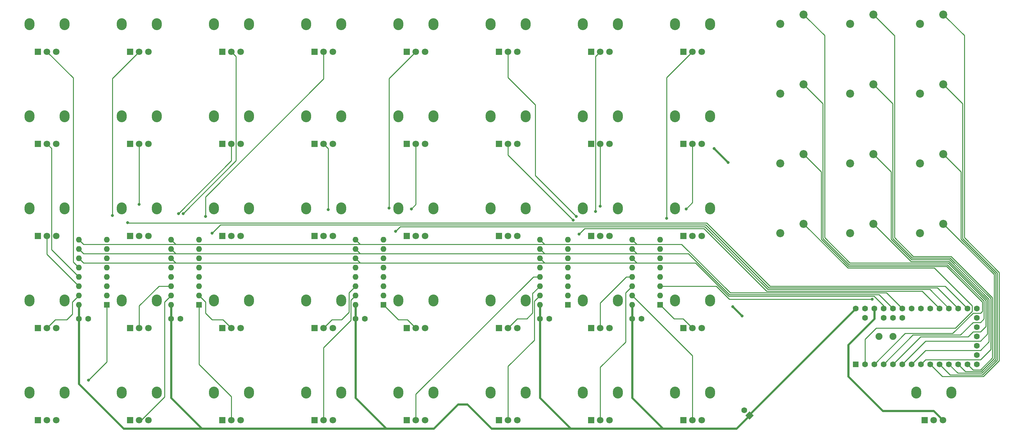
<source format=gbr>
G04 #@! TF.GenerationSoftware,KiCad,Pcbnew,(5.1.6)-1*
G04 #@! TF.CreationDate,2020-07-22T15:23:24-07:00*
G04 #@! TF.ProjectId,MIDI Mixer One v03,4d494449-204d-4697-9865-72204f6e6520,v1.0.0*
G04 #@! TF.SameCoordinates,Original*
G04 #@! TF.FileFunction,Copper,L1,Top*
G04 #@! TF.FilePolarity,Positive*
%FSLAX46Y46*%
G04 Gerber Fmt 4.6, Leading zero omitted, Abs format (unit mm)*
G04 Created by KiCad (PCBNEW (5.1.6)-1) date 2020-07-22 15:23:24*
%MOMM*%
%LPD*%
G01*
G04 APERTURE LIST*
G04 #@! TA.AperFunction,ComponentPad*
%ADD10C,2.200000*%
G04 #@! TD*
G04 #@! TA.AperFunction,ComponentPad*
%ADD11R,1.800000X1.800000*%
G04 #@! TD*
G04 #@! TA.AperFunction,ComponentPad*
%ADD12C,1.800000*%
G04 #@! TD*
G04 #@! TA.AperFunction,ComponentPad*
%ADD13O,2.720000X3.240000*%
G04 #@! TD*
G04 #@! TA.AperFunction,ComponentPad*
%ADD14O,1.600000X1.600000*%
G04 #@! TD*
G04 #@! TA.AperFunction,ComponentPad*
%ADD15R,1.600000X1.600000*%
G04 #@! TD*
G04 #@! TA.AperFunction,ComponentPad*
%ADD16C,1.600000*%
G04 #@! TD*
G04 #@! TA.AperFunction,ComponentPad*
%ADD17C,0.100000*%
G04 #@! TD*
G04 #@! TA.AperFunction,ComponentPad*
%ADD18C,1.900000*%
G04 #@! TD*
G04 #@! TA.AperFunction,ViaPad*
%ADD19C,0.800000*%
G04 #@! TD*
G04 #@! TA.AperFunction,Conductor*
%ADD20C,0.609600*%
G04 #@! TD*
G04 #@! TA.AperFunction,Conductor*
%ADD21C,0.254000*%
G04 #@! TD*
G04 APERTURE END LIST*
D10*
X318389000Y-117729000D03*
X324739000Y-115189000D03*
D11*
X228727000Y-137541000D03*
D12*
X231227000Y-137541000D03*
X233727000Y-137541000D03*
D13*
X236027000Y-130041000D03*
X226427000Y-130041000D03*
D14*
X214757000Y-156337000D03*
X222377000Y-138557000D03*
X214757000Y-153797000D03*
X222377000Y-141097000D03*
X214757000Y-151257000D03*
X222377000Y-143637000D03*
X214757000Y-148717000D03*
X222377000Y-146177000D03*
X214757000Y-146177000D03*
X222377000Y-148717000D03*
X214757000Y-143637000D03*
X222377000Y-151257000D03*
X214757000Y-141097000D03*
X222377000Y-153797000D03*
X214757000Y-138557000D03*
D15*
X222377000Y-156337000D03*
D11*
X203581000Y-162687000D03*
D12*
X206081000Y-162687000D03*
X208581000Y-162687000D03*
D13*
X210881000Y-155187000D03*
X201281000Y-155187000D03*
D11*
X153289000Y-137541000D03*
D12*
X155789000Y-137541000D03*
X158289000Y-137541000D03*
D13*
X160589000Y-130041000D03*
X150989000Y-130041000D03*
D11*
X178435000Y-137541000D03*
D12*
X180935000Y-137541000D03*
X183435000Y-137541000D03*
D13*
X185735000Y-130041000D03*
X176135000Y-130041000D03*
D11*
X153289000Y-162687000D03*
D12*
X155789000Y-162687000D03*
X158289000Y-162687000D03*
D13*
X160589000Y-155187000D03*
X150989000Y-155187000D03*
D14*
X164465000Y-156337000D03*
X172085000Y-138557000D03*
X164465000Y-153797000D03*
X172085000Y-141097000D03*
X164465000Y-151257000D03*
X172085000Y-143637000D03*
X164465000Y-148717000D03*
X172085000Y-146177000D03*
X164465000Y-146177000D03*
X172085000Y-148717000D03*
X164465000Y-143637000D03*
X172085000Y-151257000D03*
X164465000Y-141097000D03*
X172085000Y-153797000D03*
X164465000Y-138557000D03*
D15*
X172085000Y-156337000D03*
D14*
X89027000Y-156337000D03*
X96647000Y-138557000D03*
X89027000Y-153797000D03*
X96647000Y-141097000D03*
X89027000Y-151257000D03*
X96647000Y-143637000D03*
X89027000Y-148717000D03*
X96647000Y-146177000D03*
X89027000Y-146177000D03*
X96647000Y-148717000D03*
X89027000Y-143637000D03*
X96647000Y-151257000D03*
X89027000Y-141097000D03*
X96647000Y-153797000D03*
X89027000Y-138557000D03*
D15*
X96647000Y-156337000D03*
D11*
X253873000Y-137541000D03*
D12*
X256373000Y-137541000D03*
X258873000Y-137541000D03*
D13*
X261173000Y-130041000D03*
X251573000Y-130041000D03*
D10*
X318389000Y-136779000D03*
X324739000Y-134239000D03*
D16*
X164505000Y-160147000D03*
X167005000Y-160147000D03*
X114213000Y-160147000D03*
X116713000Y-160147000D03*
X89067000Y-160147000D03*
X91567000Y-160147000D03*
X239943000Y-160147000D03*
X242443000Y-160147000D03*
X214797000Y-160147000D03*
X217297000Y-160147000D03*
X270492786Y-185148786D03*
G04 #@! TA.AperFunction,ComponentPad*
D17*
G36*
X273038371Y-186563000D02*
G01*
X271907000Y-187694371D01*
X270775629Y-186563000D01*
X271907000Y-185431629D01*
X273038371Y-186563000D01*
G37*
G04 #@! TD.AperFunction*
D18*
X307213000Y-164973000D03*
X311023000Y-164973000D03*
D15*
X300863000Y-172593000D03*
D16*
X303403000Y-172593000D03*
X305943000Y-172593000D03*
X308483000Y-172593000D03*
X311023000Y-172593000D03*
X313563000Y-172593000D03*
X316103000Y-172593000D03*
X318643000Y-172593000D03*
X321183000Y-172593000D03*
X323723000Y-172593000D03*
X326263000Y-172593000D03*
X328803000Y-172593000D03*
X331343000Y-172593000D03*
X313563000Y-159893000D03*
X311023000Y-159893000D03*
X308483000Y-159893000D03*
X303403000Y-159893000D03*
X300863000Y-157353000D03*
X303403000Y-157353000D03*
X305943000Y-157353000D03*
X308483000Y-157353000D03*
X311023000Y-157353000D03*
X313563000Y-157353000D03*
X316103000Y-157353000D03*
X318643000Y-157353000D03*
X321183000Y-157353000D03*
X323723000Y-157353000D03*
X326263000Y-157353000D03*
X328803000Y-157353000D03*
X331343000Y-157353000D03*
X333883000Y-172593000D03*
X333883000Y-170053000D03*
X333883000Y-167513000D03*
X333883000Y-157353000D03*
X333883000Y-159893000D03*
X333883000Y-162433000D03*
X333883000Y-164973000D03*
D14*
X239903000Y-156337000D03*
X247523000Y-138557000D03*
X239903000Y-153797000D03*
X247523000Y-141097000D03*
X239903000Y-151257000D03*
X247523000Y-143637000D03*
X239903000Y-148717000D03*
X247523000Y-146177000D03*
X239903000Y-146177000D03*
X247523000Y-148717000D03*
X239903000Y-143637000D03*
X247523000Y-151257000D03*
X239903000Y-141097000D03*
X247523000Y-153797000D03*
X239903000Y-138557000D03*
D15*
X247523000Y-156337000D03*
D10*
X299339000Y-136779000D03*
X305689000Y-134239000D03*
X280289000Y-117729000D03*
X286639000Y-115189000D03*
X280289000Y-136779000D03*
X286639000Y-134239000D03*
D11*
X153289000Y-187833000D03*
D12*
X155789000Y-187833000D03*
X158289000Y-187833000D03*
D13*
X160589000Y-180333000D03*
X150989000Y-180333000D03*
D14*
X114173000Y-156337000D03*
X121793000Y-138557000D03*
X114173000Y-153797000D03*
X121793000Y-141097000D03*
X114173000Y-151257000D03*
X121793000Y-143637000D03*
X114173000Y-148717000D03*
X121793000Y-146177000D03*
X114173000Y-146177000D03*
X121793000Y-148717000D03*
X114173000Y-143637000D03*
X121793000Y-151257000D03*
X114173000Y-141097000D03*
X121793000Y-153797000D03*
X114173000Y-138557000D03*
D15*
X121793000Y-156337000D03*
D10*
X299339000Y-117729000D03*
X305689000Y-115189000D03*
X318389000Y-98679000D03*
X324739000Y-96139000D03*
X299339000Y-98679000D03*
X305689000Y-96139000D03*
X280289000Y-98679000D03*
X286639000Y-96139000D03*
X318389000Y-79629000D03*
X324739000Y-77089000D03*
X299339000Y-79629000D03*
X305689000Y-77089000D03*
X280289000Y-79629000D03*
X286639000Y-77089000D03*
D13*
X317359000Y-180333000D03*
X326959000Y-180333000D03*
D12*
X324659000Y-187833000D03*
X322159000Y-187833000D03*
D11*
X319659000Y-187833000D03*
X253873000Y-187833000D03*
D12*
X256373000Y-187833000D03*
X258873000Y-187833000D03*
D13*
X261173000Y-180333000D03*
X251573000Y-180333000D03*
D11*
X253873000Y-162687000D03*
D12*
X256373000Y-162687000D03*
X258873000Y-162687000D03*
D13*
X261173000Y-155187000D03*
X251573000Y-155187000D03*
D11*
X253873000Y-112395000D03*
D12*
X256373000Y-112395000D03*
X258873000Y-112395000D03*
D13*
X261173000Y-104895000D03*
X251573000Y-104895000D03*
D11*
X253873000Y-87249000D03*
D12*
X256373000Y-87249000D03*
X258873000Y-87249000D03*
D13*
X261173000Y-79749000D03*
X251573000Y-79749000D03*
D11*
X228727000Y-187833000D03*
D12*
X231227000Y-187833000D03*
X233727000Y-187833000D03*
D13*
X236027000Y-180333000D03*
X226427000Y-180333000D03*
D11*
X228727000Y-162687000D03*
D12*
X231227000Y-162687000D03*
X233727000Y-162687000D03*
D13*
X236027000Y-155187000D03*
X226427000Y-155187000D03*
D11*
X228727000Y-112395000D03*
D12*
X231227000Y-112395000D03*
X233727000Y-112395000D03*
D13*
X236027000Y-104895000D03*
X226427000Y-104895000D03*
D11*
X228727000Y-87249000D03*
D12*
X231227000Y-87249000D03*
X233727000Y-87249000D03*
D13*
X236027000Y-79749000D03*
X226427000Y-79749000D03*
D11*
X203581000Y-187833000D03*
D12*
X206081000Y-187833000D03*
X208581000Y-187833000D03*
D13*
X210881000Y-180333000D03*
X201281000Y-180333000D03*
D11*
X203581000Y-137541000D03*
D12*
X206081000Y-137541000D03*
X208581000Y-137541000D03*
D13*
X210881000Y-130041000D03*
X201281000Y-130041000D03*
D11*
X203581000Y-112395000D03*
D12*
X206081000Y-112395000D03*
X208581000Y-112395000D03*
D13*
X210881000Y-104895000D03*
X201281000Y-104895000D03*
D11*
X203581000Y-87249000D03*
D12*
X206081000Y-87249000D03*
X208581000Y-87249000D03*
D13*
X210881000Y-79749000D03*
X201281000Y-79749000D03*
D11*
X178435000Y-187833000D03*
D12*
X180935000Y-187833000D03*
X183435000Y-187833000D03*
D13*
X185735000Y-180333000D03*
X176135000Y-180333000D03*
D11*
X178435000Y-162687000D03*
D12*
X180935000Y-162687000D03*
X183435000Y-162687000D03*
D13*
X185735000Y-155187000D03*
X176135000Y-155187000D03*
D11*
X178435000Y-112395000D03*
D12*
X180935000Y-112395000D03*
X183435000Y-112395000D03*
D13*
X185735000Y-104895000D03*
X176135000Y-104895000D03*
D11*
X178435000Y-87249000D03*
D12*
X180935000Y-87249000D03*
X183435000Y-87249000D03*
D13*
X185735000Y-79749000D03*
X176135000Y-79749000D03*
D11*
X153289000Y-112395000D03*
D12*
X155789000Y-112395000D03*
X158289000Y-112395000D03*
D13*
X160589000Y-104895000D03*
X150989000Y-104895000D03*
D11*
X153289000Y-87249000D03*
D12*
X155789000Y-87249000D03*
X158289000Y-87249000D03*
D13*
X160589000Y-79749000D03*
X150989000Y-79749000D03*
D11*
X128143000Y-187833000D03*
D12*
X130643000Y-187833000D03*
X133143000Y-187833000D03*
D13*
X135443000Y-180333000D03*
X125843000Y-180333000D03*
D11*
X128143000Y-162687000D03*
D12*
X130643000Y-162687000D03*
X133143000Y-162687000D03*
D13*
X135443000Y-155187000D03*
X125843000Y-155187000D03*
D11*
X128143000Y-137541000D03*
D12*
X130643000Y-137541000D03*
X133143000Y-137541000D03*
D13*
X135443000Y-130041000D03*
X125843000Y-130041000D03*
D11*
X128143000Y-112395000D03*
D12*
X130643000Y-112395000D03*
X133143000Y-112395000D03*
D13*
X135443000Y-104895000D03*
X125843000Y-104895000D03*
D11*
X128143000Y-87249000D03*
D12*
X130643000Y-87249000D03*
X133143000Y-87249000D03*
D13*
X135443000Y-79749000D03*
X125843000Y-79749000D03*
D11*
X102997000Y-187833000D03*
D12*
X105497000Y-187833000D03*
X107997000Y-187833000D03*
D13*
X110297000Y-180333000D03*
X100697000Y-180333000D03*
D11*
X102997000Y-162687000D03*
D12*
X105497000Y-162687000D03*
X107997000Y-162687000D03*
D13*
X110297000Y-155187000D03*
X100697000Y-155187000D03*
D11*
X102997000Y-137541000D03*
D12*
X105497000Y-137541000D03*
X107997000Y-137541000D03*
D13*
X110297000Y-130041000D03*
X100697000Y-130041000D03*
D11*
X102997000Y-112395000D03*
D12*
X105497000Y-112395000D03*
X107997000Y-112395000D03*
D13*
X110297000Y-104895000D03*
X100697000Y-104895000D03*
D11*
X102997000Y-87249000D03*
D12*
X105497000Y-87249000D03*
X107997000Y-87249000D03*
D13*
X110297000Y-79749000D03*
X100697000Y-79749000D03*
D11*
X77851000Y-187833000D03*
D12*
X80351000Y-187833000D03*
X82851000Y-187833000D03*
D13*
X85151000Y-180333000D03*
X75551000Y-180333000D03*
D11*
X77851000Y-162687000D03*
D12*
X80351000Y-162687000D03*
X82851000Y-162687000D03*
D13*
X85151000Y-155187000D03*
X75551000Y-155187000D03*
D11*
X77851000Y-137541000D03*
D12*
X80351000Y-137541000D03*
X82851000Y-137541000D03*
D13*
X85151000Y-130041000D03*
X75551000Y-130041000D03*
D11*
X77851000Y-112395000D03*
D12*
X80351000Y-112395000D03*
X82851000Y-112395000D03*
D13*
X85151000Y-104895000D03*
X75551000Y-104895000D03*
D11*
X77851000Y-87249000D03*
D12*
X80351000Y-87249000D03*
X82851000Y-87249000D03*
D13*
X85151000Y-79749000D03*
X75551000Y-79749000D03*
D19*
X262255000Y-113665000D03*
X267335000Y-156845000D03*
X269875000Y-159385000D03*
X266065000Y-117475000D03*
X305344146Y-154813000D03*
X225425000Y-137033000D03*
X175387000Y-136271000D03*
X125349000Y-136778990D03*
X102317979Y-133902021D03*
X91694000Y-176911000D03*
X98171006Y-131953000D03*
X105497000Y-128905000D03*
X117475000Y-131445000D03*
X116205000Y-131445000D03*
X123571000Y-132206998D03*
X173609002Y-129921000D03*
X179705000Y-130175000D03*
X224663000Y-132207020D03*
X223861000Y-133223000D03*
X229965201Y-130905201D03*
X231227000Y-129453000D03*
X249301000Y-132715000D03*
X254635000Y-130175000D03*
X157058799Y-130388799D03*
D20*
X271907000Y-186309000D02*
X271907000Y-186563000D01*
X300863000Y-157353000D02*
X271907000Y-186309000D01*
X164465000Y-160107000D02*
X164505000Y-160147000D01*
X164465000Y-156337000D02*
X164465000Y-160107000D01*
X239903000Y-160107000D02*
X239943000Y-160147000D01*
X239903000Y-156337000D02*
X239903000Y-160107000D01*
X214757000Y-160107000D02*
X214797000Y-160147000D01*
X214757000Y-156337000D02*
X214757000Y-160107000D01*
X114173000Y-160107000D02*
X114213000Y-160147000D01*
X114173000Y-156337000D02*
X114173000Y-160107000D01*
X89027000Y-160107000D02*
X89067000Y-160147000D01*
X89027000Y-156337000D02*
X89027000Y-160107000D01*
X114213000Y-181777000D02*
X122047000Y-189611000D01*
X114213000Y-160147000D02*
X114213000Y-181777000D01*
X164505000Y-181777000D02*
X172339000Y-189611000D01*
X164505000Y-160147000D02*
X164505000Y-181777000D01*
X214797000Y-160147000D02*
X214797000Y-181777000D01*
X214797000Y-181777000D02*
X222631000Y-189611000D01*
X239943000Y-181777000D02*
X247777000Y-189611000D01*
X239943000Y-160147000D02*
X239943000Y-181777000D01*
X172339000Y-189611000D02*
X172847000Y-190119000D01*
X122555000Y-190119000D02*
X122047000Y-189611000D01*
X171831000Y-190119000D02*
X122555000Y-190119000D01*
X121539000Y-190119000D02*
X122555000Y-190119000D01*
X89067000Y-160147000D02*
X89067000Y-177927201D01*
X101258799Y-190119000D02*
X121539000Y-190119000D01*
X89067000Y-177927201D02*
X101258799Y-190119000D01*
X171831000Y-190119000D02*
X172847000Y-190119000D01*
X185801000Y-190119000D02*
X192405000Y-183515000D01*
X192405000Y-183515000D02*
X194945000Y-183515000D01*
X194945000Y-183515000D02*
X201549000Y-190119000D01*
X172847000Y-190119000D02*
X185801000Y-190119000D01*
X201549000Y-190119000D02*
X222123000Y-190119000D01*
X223139000Y-190119000D02*
X222631000Y-189611000D01*
X247269000Y-190119000D02*
X223139000Y-190119000D01*
X248285000Y-190119000D02*
X247777000Y-189611000D01*
X268351000Y-190119000D02*
X271907000Y-186563000D01*
X265049000Y-190119000D02*
X248285000Y-190119000D01*
X265049000Y-190119000D02*
X268351000Y-190119000D01*
X247269000Y-190119000D02*
X248285000Y-190119000D01*
X222123000Y-190119000D02*
X223139000Y-190119000D01*
X267335000Y-156845000D02*
X269875000Y-159385000D01*
X262255000Y-113665000D02*
X266065000Y-117475000D01*
X322119000Y-185293000D02*
X324659000Y-187833000D01*
X305943000Y-157353000D02*
X305943000Y-160147000D01*
X298831000Y-167259000D02*
X298831000Y-175895000D01*
X298831000Y-175895000D02*
X308229000Y-185293000D01*
X305943000Y-160147000D02*
X298831000Y-167259000D01*
X308229000Y-185293000D02*
X322119000Y-185293000D01*
D21*
X298729477Y-146329477D02*
X286639000Y-134239000D01*
X322287977Y-146329477D02*
X298729477Y-146329477D01*
X303403000Y-165735000D02*
X306451000Y-162687000D01*
X303403000Y-172593000D02*
X303403000Y-165735000D01*
X306451000Y-162687000D02*
X328041000Y-162687000D01*
X332613000Y-156654500D02*
X322287977Y-146329477D01*
X332613000Y-158115000D02*
X332613000Y-156654500D01*
X328041000Y-162687000D02*
X332613000Y-158115000D01*
X314385995Y-164150005D02*
X305943000Y-172593000D01*
X332867000Y-158623000D02*
X327339995Y-164150005D01*
X327339995Y-164150005D02*
X314385995Y-164150005D01*
X335407000Y-155575000D02*
X335407000Y-158133587D01*
X334917587Y-158623000D02*
X332867000Y-158623000D01*
X335407000Y-158133587D02*
X334917587Y-158623000D01*
X286639000Y-115189000D02*
X291465000Y-120015000D01*
X291465000Y-120015000D02*
X291465000Y-138418410D01*
X291465000Y-138418410D02*
X298918856Y-145872266D01*
X298918856Y-145872266D02*
X325704266Y-145872266D01*
X325704266Y-145872266D02*
X335407000Y-155575000D01*
X332867000Y-161163000D02*
X334899000Y-161163000D01*
X287738999Y-97238999D02*
X286639000Y-96139000D01*
X316468784Y-164607216D02*
X329422784Y-164607216D01*
X291922211Y-101422211D02*
X287738999Y-97238999D01*
X308483000Y-172593000D02*
X316468784Y-164607216D01*
X329422784Y-164607216D02*
X332867000Y-161163000D01*
X334899000Y-161163000D02*
X335864211Y-160197789D01*
X325893648Y-145415055D02*
X299108238Y-145415055D01*
X335864211Y-160197789D02*
X335864211Y-155385618D01*
X335864211Y-155385618D02*
X325893648Y-145415055D01*
X299108238Y-145415055D02*
X291922211Y-138229028D01*
X291922211Y-138229028D02*
X291922211Y-101422211D01*
X292379422Y-82829422D02*
X287738999Y-78188999D01*
X292379422Y-138039646D02*
X292379422Y-82829422D01*
X299297620Y-144957844D02*
X292379422Y-138039646D01*
X336321422Y-155196236D02*
X326083030Y-144957844D01*
X336321422Y-162280578D02*
X336321422Y-155196236D01*
X332867000Y-163703000D02*
X334899000Y-163703000D01*
X331505573Y-165064427D02*
X332867000Y-163703000D01*
X318551573Y-165064427D02*
X331505573Y-165064427D01*
X311023000Y-172593000D02*
X318551573Y-165064427D01*
X334899000Y-163703000D02*
X336321422Y-162280578D01*
X326083030Y-144957844D02*
X299297620Y-144957844D01*
X287738999Y-78188999D02*
X286639000Y-77089000D01*
X326272412Y-144500633D02*
X315950633Y-144500633D01*
X336778633Y-164363367D02*
X336778633Y-155006854D01*
X334899000Y-166243000D02*
X336778633Y-164363367D01*
X313563000Y-172593000D02*
X319913000Y-166243000D01*
X319913000Y-166243000D02*
X334899000Y-166243000D01*
X315950633Y-144500633D02*
X306788999Y-135338999D01*
X336778633Y-155006854D02*
X326272412Y-144500633D01*
X306788999Y-135338999D02*
X305689000Y-134239000D01*
X316140014Y-144043422D02*
X326461794Y-144043422D01*
X310515000Y-138418408D02*
X316140014Y-144043422D01*
X310515000Y-120015000D02*
X310515000Y-138418408D01*
X337235844Y-166446156D02*
X334899000Y-168783000D01*
X305689000Y-115189000D02*
X310515000Y-120015000D01*
X326461794Y-144043422D02*
X337235844Y-154817472D01*
X337235844Y-154817472D02*
X337235844Y-166446156D01*
X334899000Y-168783000D02*
X319913000Y-168783000D01*
X319913000Y-168783000D02*
X316103000Y-172593000D01*
X334899000Y-171323000D02*
X337693055Y-168528945D01*
X337693055Y-154628090D02*
X326651176Y-143586211D01*
X316329395Y-143586211D02*
X310972211Y-138229027D01*
X318643000Y-172593000D02*
X319913000Y-171323000D01*
X337693055Y-168528945D02*
X337693055Y-154628090D01*
X326651176Y-143586211D02*
X316329395Y-143586211D01*
X319913000Y-171323000D02*
X334899000Y-171323000D01*
X306788999Y-97238999D02*
X305689000Y-96139000D01*
X310972211Y-138229027D02*
X310972211Y-101422211D01*
X310972211Y-101422211D02*
X306788999Y-97238999D01*
X339979108Y-147539329D02*
X330479421Y-138039643D01*
X339979108Y-171623261D02*
X339979108Y-147539329D01*
X321183000Y-172593000D02*
X324535840Y-175945840D01*
X335656530Y-175945840D02*
X339979108Y-171623261D01*
X325838999Y-78188999D02*
X324739000Y-77089000D01*
X330479421Y-138039643D02*
X330479421Y-82829421D01*
X330479421Y-82829421D02*
X325838999Y-78188999D01*
X324535840Y-175945840D02*
X335656530Y-175945840D01*
X339521897Y-147728711D02*
X330022210Y-138229024D01*
X339521897Y-171433879D02*
X339521897Y-147728711D01*
X323723000Y-172593000D02*
X326618629Y-175488629D01*
X325838999Y-97238999D02*
X324739000Y-96139000D01*
X330022210Y-138229024D02*
X330022210Y-101422210D01*
X335467147Y-175488629D02*
X339521897Y-171433879D01*
X330022210Y-101422210D02*
X325838999Y-97238999D01*
X326618629Y-175488629D02*
X335467147Y-175488629D01*
X324739000Y-115189000D02*
X329564999Y-120014999D01*
X329564999Y-120014999D02*
X329564999Y-138418407D01*
X339064688Y-147918095D02*
X339064687Y-151589502D01*
X329564999Y-138418407D02*
X339064688Y-147918095D01*
X339064688Y-171244498D02*
X339064688Y-152171312D01*
X335277764Y-175031422D02*
X339064688Y-171244498D01*
X326263000Y-172593000D02*
X328701422Y-175031422D01*
X328701422Y-175031422D02*
X335277764Y-175031422D01*
X339064688Y-152171312D02*
X339064688Y-151589502D01*
X338607477Y-151917477D02*
X338607477Y-151778884D01*
X329107788Y-138607788D02*
X324739000Y-134239000D01*
X338607477Y-148107477D02*
X329107788Y-138607788D01*
X338607477Y-151917477D02*
X338607477Y-148107477D01*
X328803000Y-172593000D02*
X330784211Y-174574211D01*
X335088382Y-174574211D02*
X338607477Y-171055116D01*
X330784211Y-174574211D02*
X335088382Y-174574211D01*
X338607477Y-171055116D02*
X338607477Y-151917477D01*
X306788999Y-78188999D02*
X305689000Y-77089000D01*
X311277000Y-82677000D02*
X311150000Y-82550000D01*
X311150000Y-82550000D02*
X306788999Y-78188999D01*
X316518776Y-143129000D02*
X311429422Y-138039646D01*
X311429422Y-82829422D02*
X311150000Y-82550000D01*
X326840558Y-143129000D02*
X316518776Y-143129000D01*
X332867000Y-174117000D02*
X334899000Y-174117000D01*
X331343000Y-172593000D02*
X332867000Y-174117000D01*
X334899000Y-174117000D02*
X338150266Y-170865734D01*
X338150266Y-170865734D02*
X338150266Y-154438708D01*
X338150266Y-154438708D02*
X326840558Y-143129000D01*
X311429422Y-138039646D02*
X311429422Y-82829422D01*
X90297000Y-139827000D02*
X89027000Y-138557000D01*
X117703402Y-139827000D02*
X90297000Y-139827000D01*
X115443000Y-139827000D02*
X114173000Y-138557000D01*
X117703402Y-139827000D02*
X115443000Y-139827000D01*
X117983000Y-139827000D02*
X117703402Y-139827000D01*
X169037000Y-139827000D02*
X117983000Y-139827000D01*
X165735000Y-139827000D02*
X164465000Y-138557000D01*
X169037000Y-139827000D02*
X165735000Y-139827000D01*
X169316598Y-139827000D02*
X169037000Y-139827000D01*
X218567000Y-139827000D02*
X169316598Y-139827000D01*
X216027000Y-139827000D02*
X214757000Y-138557000D01*
X218567000Y-139827000D02*
X216027000Y-139827000D01*
X218846598Y-139827000D02*
X218567000Y-139827000D01*
X243433402Y-139827000D02*
X218846598Y-139827000D01*
X241173000Y-139827000D02*
X239903000Y-138557000D01*
X253388184Y-139827000D02*
X241173000Y-139827000D01*
X309295844Y-153085844D02*
X266647028Y-153085844D01*
X266647028Y-153085844D02*
X253388184Y-139827000D01*
X313563000Y-157353000D02*
X309295844Y-153085844D01*
X90297000Y-142367000D02*
X89027000Y-141097000D01*
X118973402Y-142367000D02*
X90297000Y-142367000D01*
X115443000Y-142367000D02*
X114173000Y-141097000D01*
X118973402Y-142367000D02*
X115443000Y-142367000D01*
X119253000Y-142367000D02*
X118973402Y-142367000D01*
X167233402Y-142367000D02*
X119253000Y-142367000D01*
X165735000Y-142367000D02*
X164465000Y-141097000D01*
X167233402Y-142367000D02*
X165735000Y-142367000D01*
X167513000Y-142367000D02*
X167233402Y-142367000D01*
X218567000Y-142367000D02*
X167513000Y-142367000D01*
X216027000Y-142367000D02*
X214757000Y-141097000D01*
X218567000Y-142367000D02*
X216027000Y-142367000D01*
X218846598Y-142367000D02*
X218567000Y-142367000D01*
X245237000Y-142367000D02*
X218846598Y-142367000D01*
X255281592Y-142367000D02*
X241173000Y-142367000D01*
X307213055Y-153543055D02*
X266457647Y-153543055D01*
X266457647Y-153543055D02*
X255281592Y-142367000D01*
X241173000Y-142367000D02*
X239903000Y-141097000D01*
X311023000Y-157353000D02*
X307213055Y-153543055D01*
X117703402Y-144907000D02*
X90297000Y-144907000D01*
X90297000Y-144907000D02*
X89027000Y-143637000D01*
X115443000Y-144907000D02*
X114173000Y-143637000D01*
X167767000Y-144907000D02*
X115443000Y-144907000D01*
X165735000Y-144907000D02*
X164465000Y-143637000D01*
X167767000Y-144907000D02*
X165735000Y-144907000D01*
X168046598Y-144907000D02*
X167767000Y-144907000D01*
X218033402Y-144907000D02*
X168046598Y-144907000D01*
X216027000Y-144907000D02*
X214757000Y-143637000D01*
X218033402Y-144907000D02*
X216027000Y-144907000D01*
X218313000Y-144907000D02*
X218033402Y-144907000D01*
X243967000Y-144907000D02*
X218313000Y-144907000D01*
X241173000Y-144907000D02*
X239903000Y-143637000D01*
X308483000Y-156591000D02*
X305892266Y-154000266D01*
X266268266Y-154000266D02*
X257175000Y-144907000D01*
X308483000Y-157353000D02*
X308483000Y-156591000D01*
X257175000Y-144907000D02*
X241173000Y-144907000D01*
X305892266Y-154000266D02*
X266268266Y-154000266D01*
X266434408Y-154813000D02*
X305344146Y-154813000D01*
X247523000Y-151257000D02*
X262878408Y-151257000D01*
X262878408Y-151257000D02*
X266434408Y-154813000D01*
X259461000Y-135509000D02*
X226949000Y-135509000D01*
X276580633Y-152628633D02*
X259461000Y-135509000D01*
X226949000Y-135509000D02*
X225425000Y-137033000D01*
X323723000Y-157353000D02*
X318998633Y-152628633D01*
X318998633Y-152628633D02*
X276580633Y-152628633D01*
X176657000Y-135001000D02*
X175387000Y-136271000D01*
X276885422Y-152171422D02*
X259715000Y-135001000D01*
X326263000Y-157353000D02*
X321081422Y-152171422D01*
X259715000Y-135001000D02*
X176657000Y-135001000D01*
X321081422Y-152171422D02*
X276885422Y-152171422D01*
X127634990Y-134493000D02*
X125349000Y-136778990D01*
X259969000Y-134493000D02*
X127634990Y-134493000D01*
X328803000Y-157353000D02*
X323164211Y-151714211D01*
X277190211Y-151714211D02*
X259969000Y-134493000D01*
X323164211Y-151714211D02*
X277190211Y-151714211D01*
X260223000Y-133985000D02*
X102400958Y-133985000D01*
X277495000Y-151257000D02*
X260223000Y-133985000D01*
X331343000Y-157353000D02*
X325247000Y-151257000D01*
X102400958Y-133985000D02*
X102317979Y-133902021D01*
X325247000Y-151257000D02*
X277495000Y-151257000D01*
X87503000Y-144653000D02*
X89027000Y-146177000D01*
X80351000Y-87249000D02*
X87503000Y-94401000D01*
X87503000Y-94401000D02*
X87503000Y-144653000D01*
X80351000Y-112395000D02*
X81581201Y-113625201D01*
X81581201Y-141271201D02*
X89027000Y-148717000D01*
X81581201Y-133651201D02*
X81581201Y-141271201D01*
X81581201Y-113625201D02*
X81581201Y-133651201D01*
X80351000Y-142581000D02*
X89027000Y-151257000D01*
X80351000Y-137541000D02*
X80351000Y-142581000D01*
X87249000Y-158877000D02*
X85725000Y-160401000D01*
X82637000Y-160401000D02*
X80351000Y-162687000D01*
X89027000Y-153797000D02*
X87249000Y-155575000D01*
X85725000Y-160401000D02*
X82637000Y-160401000D01*
X87249000Y-155575000D02*
X87249000Y-158877000D01*
X96647000Y-171958000D02*
X91694000Y-176911000D01*
X96647000Y-156337000D02*
X96647000Y-171958000D01*
X105497000Y-87249000D02*
X98171006Y-94574994D01*
X98171006Y-94574994D02*
X98171006Y-131953000D01*
X105497000Y-112395000D02*
X105497000Y-128905000D01*
X110871000Y-151257000D02*
X114173000Y-151257000D01*
X105497000Y-162687000D02*
X105497000Y-156631000D01*
X105497000Y-156631000D02*
X110871000Y-151257000D01*
X112395000Y-155575000D02*
X114173000Y-153797000D01*
X112395000Y-181483000D02*
X112395000Y-155575000D01*
X105497000Y-187833000D02*
X106045000Y-187833000D01*
X106045000Y-187833000D02*
X112395000Y-181483000D01*
X131912799Y-88518799D02*
X130643000Y-87249000D01*
X131912799Y-117007201D02*
X117475000Y-131445000D01*
X131912799Y-115737201D02*
X131912799Y-88518799D01*
X131912799Y-117007201D02*
X131912799Y-115737201D01*
X130643000Y-117007000D02*
X116205000Y-131445000D01*
X130643000Y-115737000D02*
X130643000Y-117007000D01*
X130643000Y-112395000D02*
X130643000Y-115737000D01*
X121793000Y-153837000D02*
X121793000Y-153797000D01*
X123571000Y-155575000D02*
X121793000Y-153797000D01*
X130643000Y-162687000D02*
X128357000Y-160401000D01*
X128357000Y-160401000D02*
X125349000Y-160401000D01*
X123571000Y-158623000D02*
X123571000Y-155575000D01*
X125349000Y-160401000D02*
X123571000Y-158623000D01*
X130643000Y-181443000D02*
X121793000Y-172593000D01*
X130643000Y-187833000D02*
X130643000Y-181443000D01*
X121793000Y-172593000D02*
X121793000Y-156337000D01*
X155789000Y-87249000D02*
X155789000Y-94655000D01*
X123571000Y-126873000D02*
X123571000Y-132206998D01*
X155789000Y-94655000D02*
X123571000Y-126873000D01*
X162687000Y-153035000D02*
X164465000Y-151257000D01*
X162687000Y-156845000D02*
X162687000Y-156591000D01*
X162687000Y-156591000D02*
X162687000Y-153035000D01*
X162687000Y-158369000D02*
X162687000Y-156591000D01*
X155789000Y-162687000D02*
X158075000Y-160401000D01*
X160655000Y-160401000D02*
X162687000Y-158369000D01*
X158075000Y-160401000D02*
X160655000Y-160401000D01*
X164465000Y-154011000D02*
X164465000Y-153797000D01*
X163195000Y-155067000D02*
X164465000Y-153797000D01*
X155789000Y-187833000D02*
X155789000Y-168042349D01*
X163195000Y-160636349D02*
X163195000Y-155067000D01*
X155789000Y-168042349D02*
X163195000Y-160636349D01*
X180935000Y-87249000D02*
X173609002Y-94574998D01*
X173609002Y-94574998D02*
X173609002Y-129921000D01*
X180935000Y-112395000D02*
X180935000Y-128945000D01*
X180935000Y-128945000D02*
X179705000Y-130175000D01*
X176149000Y-160401000D02*
X172085000Y-156337000D01*
X180935000Y-162687000D02*
X178649000Y-160401000D01*
X178649000Y-160401000D02*
X176149000Y-160401000D01*
X212979000Y-148717000D02*
X214757000Y-148717000D01*
X180935000Y-187833000D02*
X180935000Y-180761000D01*
X180935000Y-180761000D02*
X212979000Y-148717000D01*
X213487000Y-121031020D02*
X224663000Y-132207020D01*
X213487000Y-101727000D02*
X213487000Y-121031020D01*
X206081000Y-87249000D02*
X206081000Y-94321000D01*
X206081000Y-94321000D02*
X213487000Y-101727000D01*
X206081000Y-112395000D02*
X206081000Y-115443000D01*
X206081000Y-115443000D02*
X223861000Y-133223000D01*
X212775789Y-153238211D02*
X214757000Y-151257000D01*
X212775789Y-158572211D02*
X212775789Y-153238211D01*
X211201000Y-160147000D02*
X212775789Y-158572211D01*
X206081000Y-162687000D02*
X208621000Y-160147000D01*
X208621000Y-160147000D02*
X211201000Y-160147000D01*
X213233000Y-155321000D02*
X214757000Y-153797000D01*
X213233000Y-165989000D02*
X213233000Y-155321000D01*
X206081000Y-187833000D02*
X206081000Y-173141000D01*
X206081000Y-173141000D02*
X213233000Y-165989000D01*
X229957201Y-88518799D02*
X231227000Y-87249000D01*
X229957201Y-130897201D02*
X229965201Y-130905201D01*
X229957201Y-128357201D02*
X229957201Y-88518799D01*
X229957201Y-129452799D02*
X229957201Y-128357201D01*
X229957201Y-128357201D02*
X229957201Y-130897201D01*
X231227000Y-125643000D02*
X231227000Y-129453000D01*
X231227000Y-125643000D02*
X231227000Y-128357000D01*
X231227000Y-112395000D02*
X231227000Y-125643000D01*
X238350842Y-148717000D02*
X239903000Y-148717000D01*
X231227000Y-162687000D02*
X231227000Y-155840842D01*
X231227000Y-155840842D02*
X238350842Y-148717000D01*
X238125000Y-153035000D02*
X239903000Y-151257000D01*
X238125000Y-166497000D02*
X238125000Y-153035000D01*
X231227000Y-187833000D02*
X231227000Y-173395000D01*
X231227000Y-173395000D02*
X238125000Y-166497000D01*
X256373000Y-87249000D02*
X249301000Y-94321000D01*
X249301000Y-94321000D02*
X249301000Y-132715000D01*
X256373000Y-128437000D02*
X256373000Y-120483000D01*
X254635000Y-130175000D02*
X256373000Y-128437000D01*
X256373000Y-112395000D02*
X256373000Y-120483000D01*
X256373000Y-162687000D02*
X253833000Y-160147000D01*
X251333000Y-160147000D02*
X247523000Y-156337000D01*
X253833000Y-160147000D02*
X251333000Y-160147000D01*
X256373000Y-170267000D02*
X256373000Y-187833000D01*
X239903000Y-153797000D02*
X256373000Y-170267000D01*
X157058799Y-113664799D02*
X155789000Y-112395000D01*
X157058799Y-130388799D02*
X157058799Y-113664799D01*
M02*

</source>
